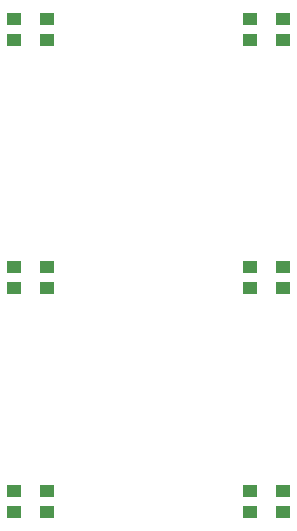
<source format=gtp>
G04 Layer: TopPasteMaskLayer*
G04 EasyEDA v6.3.53, 2020-07-05T02:03:50+01:00*
G04 82ae3a4b42a8425995a6aefca007ea94,831979d3ac2e4a1db92824a7b243be6d,10*
G04 Gerber Generator version 0.2*
G04 Scale: 100 percent, Rotated: No, Reflected: No *
G04 Dimensions in millimeters *
G04 leading zeros omitted , absolute positions ,3 integer and 3 decimal *
%FSLAX33Y33*%
%MOMM*%
G90*
G71D02*

%ADD13R,1.199998X0.999998*%

%LPD*%
G54D13*
G01X51400Y38099D03*
G01X48600Y38099D03*
G01X48600Y39899D03*
G01X51400Y39899D03*
G01X31400Y38099D03*
G01X28599Y38099D03*
G01X28599Y39899D03*
G01X31400Y39899D03*
G01X31400Y19099D03*
G01X28599Y19099D03*
G01X28599Y20899D03*
G01X31400Y20899D03*
G01X51400Y59099D03*
G01X48600Y59099D03*
G01X48600Y60899D03*
G01X51400Y60899D03*
G01X51400Y19099D03*
G01X48600Y19099D03*
G01X48600Y20899D03*
G01X51400Y20899D03*
G01X31400Y59099D03*
G01X28599Y59099D03*
G01X28599Y60899D03*
G01X31400Y60899D03*
M00*
M02*

</source>
